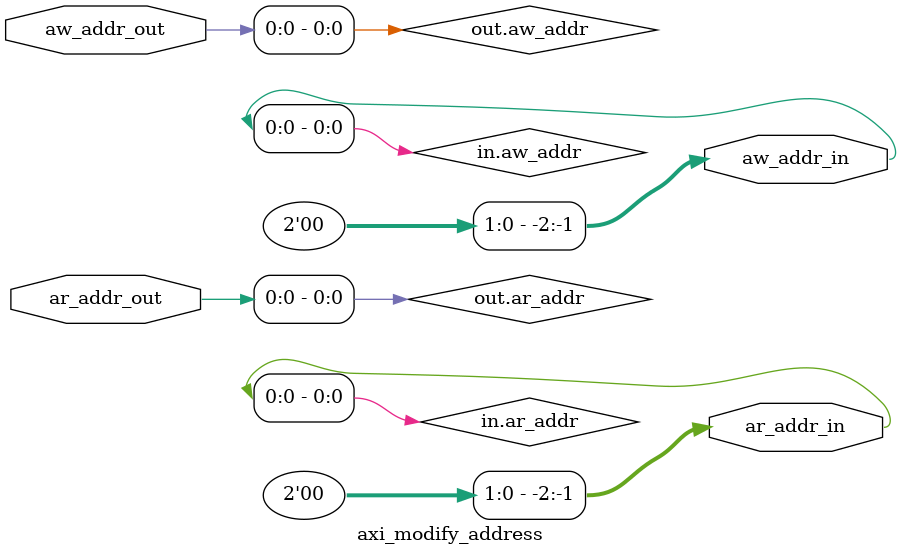
<source format=sv>


module axi_modify_address #(
  parameter int ADDR_WIDTH_IN  = -1,
  parameter int ADDR_WIDTH_OUT = ADDR_WIDTH_IN
)(
  AXI_BUS.Slave   in,
  AXI_BUS.Master  out,
  output logic [ADDR_WIDTH_IN-1:0]  aw_addr_in,
  output logic [ADDR_WIDTH_IN-1:0]  ar_addr_in,
  input  logic [ADDR_WIDTH_OUT-1:0] aw_addr_out,
  input  logic [ADDR_WIDTH_OUT-1:0] ar_addr_out
);

  `ifndef SYNTHESIS
  initial begin
    assert(ADDR_WIDTH_IN > 0);
    assert(ADDR_WIDTH_OUT > 0);
  end
  `endif

  assign aw_addr_in = in.aw_addr;
  assign ar_addr_in = in.ar_addr;

  assign out.aw_id     = in.aw_id;
  assign out.aw_addr   = aw_addr_out;
  assign out.aw_len    = in.aw_len;
  assign out.aw_size   = in.aw_size;
  assign out.aw_burst  = in.aw_burst;
  assign out.aw_lock   = in.aw_lock;
  assign out.aw_cache  = in.aw_cache;
  assign out.aw_prot   = in.aw_prot;
  assign out.aw_qos    = in.aw_qos;
  assign out.aw_region = in.aw_region;
  assign out.aw_atop   = in.aw_atop;
  assign out.aw_user   = in.aw_user;
  assign out.aw_valid  = in.aw_valid;
  assign out.w_data    = in.w_data;
  assign out.w_strb    = in.w_strb;
  assign out.w_last    = in.w_last;
  assign out.w_user    = in.w_user;
  assign out.w_valid   = in.w_valid;
  assign out.b_ready   = in.b_ready;
  assign out.ar_id     = in.ar_id;
  assign out.ar_addr   = ar_addr_out;
  assign out.ar_len    = in.ar_len;
  assign out.ar_size   = in.ar_size;
  assign out.ar_burst  = in.ar_burst;
  assign out.ar_lock   = in.ar_lock;
  assign out.ar_cache  = in.ar_cache;
  assign out.ar_prot   = in.ar_prot;
  assign out.ar_qos    = in.ar_qos;
  assign out.ar_region = in.ar_region;
  assign out.ar_user   = in.ar_user;
  assign out.ar_valid  = in.ar_valid;
  assign out.r_ready   = in.r_ready;

  assign in.aw_ready = out.aw_ready;
  assign in.w_ready  = out.w_ready;
  assign in.b_id     = out.b_id;
  assign in.b_resp   = out.b_resp;
  assign in.b_user   = out.b_user;
  assign in.b_valid  = out.b_valid;
  assign in.ar_ready = out.ar_ready;
  assign in.r_id     = out.r_id;
  assign in.r_data   = out.r_data;
  assign in.r_resp   = out.r_resp;
  assign in.r_last   = out.r_last;
  assign in.r_user   = out.r_user;
  assign in.r_valid  = out.r_valid;

endmodule

</source>
